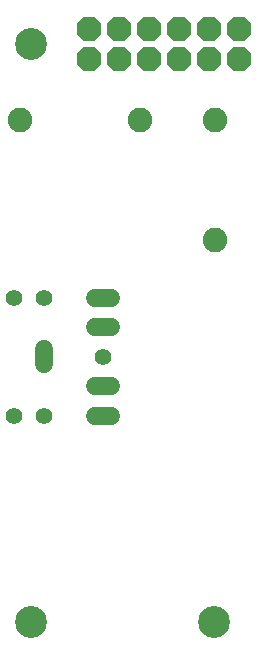
<source format=gbs>
G75*
%MOIN*%
%OFA0B0*%
%FSLAX25Y25*%
%IPPOS*%
%LPD*%
%AMOC8*
5,1,8,0,0,1.08239X$1,22.5*
%
%ADD10C,0.10650*%
%ADD11C,0.05918*%
%ADD12C,0.05524*%
%ADD13C,0.08200*%
%ADD14OC8,0.08200*%
D10*
X0025280Y0024177D03*
X0086303Y0024177D03*
X0025280Y0217091D03*
D11*
X0046689Y0132445D02*
X0051807Y0132445D01*
X0051807Y0122602D02*
X0046689Y0122602D01*
X0046689Y0102917D02*
X0051807Y0102917D01*
X0051807Y0093075D02*
X0046689Y0093075D01*
X0029563Y0110201D02*
X0029563Y0115319D01*
D12*
X0029563Y0132445D03*
X0019720Y0132445D03*
X0019720Y0093075D03*
X0029563Y0093075D03*
X0049248Y0112760D03*
D13*
X0086500Y0151500D03*
X0086500Y0191500D03*
X0061500Y0191500D03*
X0021500Y0191500D03*
D14*
X0044453Y0212091D03*
X0044453Y0222091D03*
X0054453Y0222091D03*
X0054453Y0212091D03*
X0064453Y0212091D03*
X0064453Y0222091D03*
X0074453Y0222091D03*
X0074453Y0212091D03*
X0084453Y0212091D03*
X0084453Y0222091D03*
X0094453Y0222091D03*
X0094453Y0212091D03*
M02*

</source>
